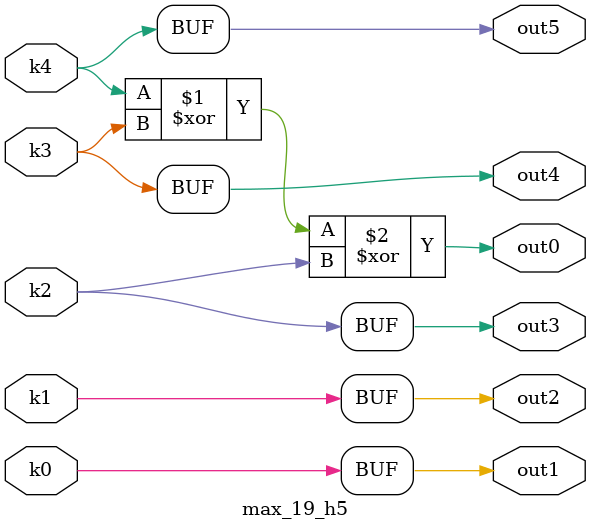
<source format=v>
module max_19(pi00, pi01, pi02, pi03, pi04, pi05, pi06, pi07, pi08, pi09, pi10, po0, po1, po2, po3, po4, po5);
input pi00, pi01, pi02, pi03, pi04, pi05, pi06, pi07, pi08, pi09, pi10;
output po0, po1, po2, po3, po4, po5;
wire k0, k1, k2, k3, k4;
max_19_w5 DUT1 (pi00, pi01, pi02, pi03, pi04, pi05, pi06, pi07, pi08, pi09, pi10, k0, k1, k2, k3, k4);
max_19_h5 DUT2 (k0, k1, k2, k3, k4, po0, po1, po2, po3, po4, po5);
endmodule

module max_19_w5(in10, in9, in8, in7, in6, in5, in4, in3, in2, in1, in0, k4, k3, k2, k1, k0);
input in10, in9, in8, in7, in6, in5, in4, in3, in2, in1, in0;
output k4, k3, k2, k1, k0;
assign k0 =   in0 ? ~in9 : ~in5;
assign k1 =   in0 ? ~in10 : ~in6;
assign k2 =   in0 ? ~in7 : ~in3;
assign k3 =   ~in7 & in3;
assign k4 =   ((~in8 & in4) | (((~in9 & in5) | (((~in10 & in6) | (~in2 & ~in1)) & (~in10 | in6))) & (~in9 | in5))) & (in3 | ~in7) & (~in8 | in4);
endmodule

module max_19_h5(k4, k3, k2, k1, k0, out5, out4, out3, out2, out1, out0);
input k4, k3, k2, k1, k0;
output out5, out4, out3, out2, out1, out0;
assign out0 = k4 ^ k3 ^ k2;
assign out1 = k0;
assign out2 = k1;
assign out3 = k2;
assign out4 = k3;
assign out5 = k4;
endmodule

</source>
